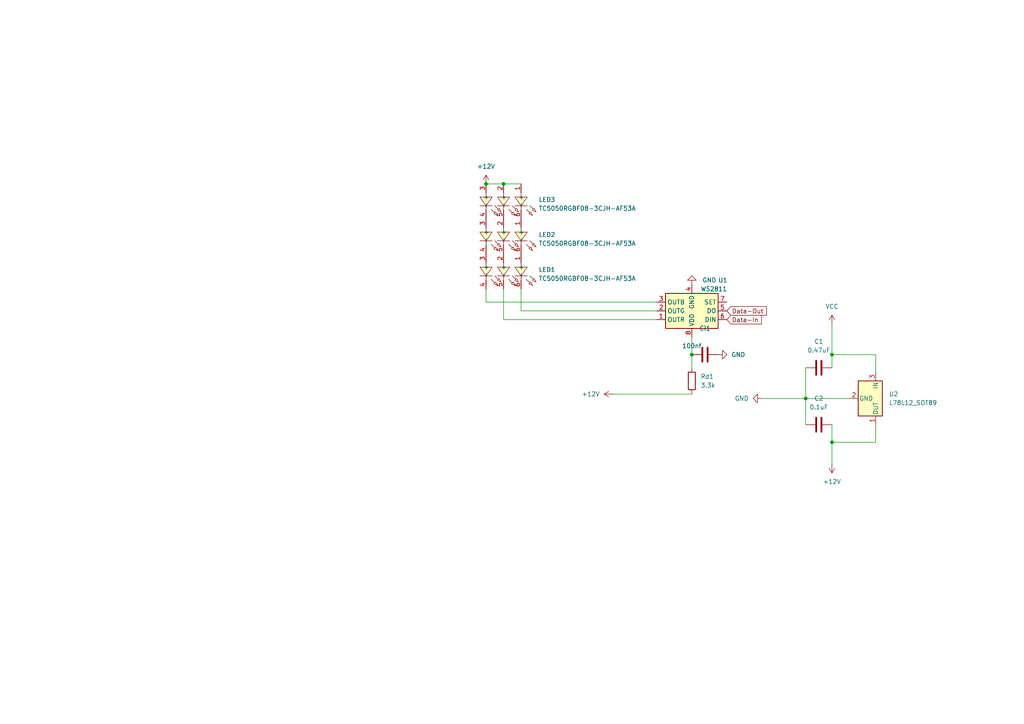
<source format=kicad_sch>
(kicad_sch (version 20230121) (generator eeschema)
  (paper "A4")
  (lib_symbols
    (symbol "Device:C" (pin_numbers hide) (pin_names (offset 0.254))
      (property "Reference" "C" (at 0.635 2.54 0))
      (property "Value" "C" (at 0.635 -2.54 0))
      (symbol "C_0_1"
        (polyline (pts (xy -2.032 -0.762) (xy 2.032 -0.762)) (stroke (width 0.508)))
        (polyline (pts (xy -2.032 0.762) (xy 2.032 0.762)) (stroke (width 0.508)))
      )
      (symbol "C_1_1"
        (pin passive line (at 0 3.81 270) (length 2.794) (name "~") (number "1"))
        (pin passive line (at 0 -3.81 90) (length 2.794) (name "~") (number "2"))
      )
    )
    (symbol "Device:R" (pin_numbers hide) (pin_names (offset 0))
      (property "Reference" "R" (at 2.032 0 90))
      (property "Value" "R" (at 0 0 90))
      (symbol "R_0_1"
        (rectangle (start -1.016 -2.54) (end 1.016 2.54) (stroke (width 0.254)))
      )
      (symbol "R_1_1"
        (pin passive line (at 0 3.81 270) (length 1.27) (name "~") (number "1"))
        (pin passive line (at 0 -3.81 90) (length 1.27) (name "~") (number "2"))
      )
    )
    (symbol "Driver_LED:WS2811"
      (property "Reference" "U" (at -6.35 6.35 0))
      (property "Value" "WS2811" (at 5.08 6.35 0))
      (symbol "WS2811_0_1"
        (rectangle (start -7.62 5.08) (end 7.62 -5.08) (stroke (width 0.254)) (fill (type background)))
      )
      (symbol "WS2811_1_1"
        (pin output line (at 10.16 2.54 180) (length 2.54) (name "OUTR") (number "1"))
        (pin output line (at 10.16 0 180) (length 2.54) (name "OUTG") (number "2"))
        (pin output line (at 10.16 -2.54 180) (length 2.54) (name "OUTB") (number "3"))
        (pin power_in line (at 0 -7.62 90) (length 2.54) (name "GND") (number "4"))
        (pin output line (at -10.16 0 0) (length 2.54) (name "DO") (number "5"))
        (pin input line (at -10.16 2.54 0) (length 2.54) (name "DIN") (number "6"))
        (pin input line (at -10.16 -2.54 0) (length 2.54) (name "SET") (number "7"))
        (pin power_in line (at 0 7.62 270) (length 2.54) (name "VDD") (number "8"))
      )
    )
    (symbol "Regulator_Linear:L78L12_SOT89" (pin_names (offset 0.254))
      (property "Reference" "U" (at -3.81 3.175 0))
      (property "Value" "L78L12_SOT89" (at -0.635 3.175 0))
      (symbol "L78L12_SOT89_0_1"
        (rectangle (start -5.08 1.905) (end 5.08 -5.08) (stroke (width 0.254)) (fill (type background)))
      )
      (symbol "L78L12_SOT89_1_1"
        (pin power_out line (at 7.62 0 180) (length 2.54) (name "OUT") (number "1"))
        (pin power_in line (at 0 -7.62 90) (length 2.54) (name "GND") (number "2"))
        (pin power_in line (at -7.62 0 0) (length 2.54) (name "IN") (number "3"))
      )
    )
    (symbol "models:TC5050RGBF08-3CJH-AF53A"
      (property "Reference" "LED" (at 0 10.16 0))
      (property "Value" "TC5050RGBF08-3CJH-AF53A" (at 0 -10.16 0))
      (symbol "TC5050RGBF08-3CJH-AF53A_0_1"
        (polyline (pts (xy -2.54 -5.08) (xy -1.27 -5.08)))
        (polyline (pts (xy -2.54 0) (xy -1.27 0)))
        (polyline (pts (xy -2.54 5.08) (xy -1.27 5.08)))
        (polyline (pts (xy 1.27 -5.08) (xy 2.54 -5.08)))
        (polyline (pts (xy 1.27 -3.3) (xy 1.27 -6.86)))
        (polyline (pts (xy 1.27 0) (xy 2.54 0)))
        (polyline (pts (xy 1.27 1.78) (xy 1.27 -1.78)))
        (polyline (pts (xy 1.27 5.08) (xy 2.54 5.08)))
        (polyline (pts (xy 1.27 6.86) (xy 1.27 3.3)))
        (polyline (pts (xy 1.27 -2.54) (xy 2.29 -1.52) (xy 1.27 -2.54)) (fill (type background)))
        (polyline (pts (xy 1.27 2.54) (xy 2.29 3.56) (xy 1.27 2.54)) (fill (type background)))
        (polyline (pts (xy 1.27 7.62) (xy 2.29 8.64) (xy 1.27 7.62)) (fill (type background)))
        (polyline (pts (xy 2.29 -3.56) (xy 3.3 -2.54) (xy 2.29 -3.56)) (fill (type background)))
        (polyline (pts (xy 2.29 1.52) (xy 3.3 2.54) (xy 2.29 1.52)) (fill (type background)))
        (polyline (pts (xy 2.29 6.6) (xy 3.3 7.62) (xy 2.29 6.6)) (fill (type background)))
        (polyline (pts (xy -1.27 -3.3) (xy 1.27 -5.08) (xy -1.27 -6.86) (xy -1.27 -3.3)) (fill (type background)))
        (polyline (pts (xy -1.27 1.78) (xy 1.27 0) (xy -1.27 -1.78) (xy -1.27 1.78)) (fill (type background)))
        (polyline (pts (xy -1.27 6.86) (xy 1.27 5.08) (xy -1.27 3.3) (xy -1.27 6.86)) (fill (type background)))
        (polyline (pts (xy 3.05 -0.76) (xy 2.03 -1.27) (xy 2.54 -1.78) (xy 3.05 -0.76)) (fill (type background)))
        (polyline (pts (xy 3.05 4.32) (xy 2.03 3.81) (xy 2.54 3.3) (xy 3.05 4.32)) (fill (type background)))
        (polyline (pts (xy 3.05 9.4) (xy 2.03 8.89) (xy 2.54 8.38) (xy 3.05 9.4)) (fill (type background)))
        (polyline (pts (xy 4.06 -1.78) (xy 3.05 -2.29) (xy 3.56 -2.79) (xy 4.06 -1.78)) (fill (type background)))
        (polyline (pts (xy 4.06 3.3) (xy 3.05 2.79) (xy 3.56 2.29) (xy 4.06 3.3)) (fill (type background)))
        (polyline (pts (xy 4.06 8.38) (xy 3.05 7.87) (xy 3.56 7.37) (xy 4.06 8.38)) (fill (type background)))
        (pin unspecified line (at -5.08 5.08 0) (length 2.54) (name "+") (number "1"))
        (pin unspecified line (at -5.08 0 0) (length 2.54) (name "+") (number "2"))
        (pin unspecified line (at -5.08 -5.08 0) (length 2.54) (name "+") (number "3"))
        (pin unspecified line (at 5.08 -5.08 180) (length 2.54) (name "-") (number "4"))
        (pin unspecified line (at 5.08 0 180) (length 2.54) (name "-") (number "5"))
        (pin unspecified line (at 5.08 5.08 180) (length 2.54) (name "-") (number "6"))
      )
    )
    (symbol "power:+12V" (power) (pin_names (offset 0))
      (property "Value" "+12V" (at 0 3.556 0))
      (symbol "+12V_0_1"
        (polyline (pts (xy -0.762 1.27) (xy 0 2.54)))
        (polyline (pts (xy 0 0) (xy 0 2.54)))
        (polyline (pts (xy 0 2.54) (xy 0.762 1.27)))
      )
      (symbol "+12V_1_1"
        (pin power_in line (at 0 0 90) (length 0) hide (name "+12V") (number "1"))
      )
    )
    (symbol "power:GND" (power) (pin_names (offset 0))
      (property "Value" "GND" (at 0 -3.81 0))
      (symbol "GND_0_1"
        (polyline (pts (xy 0 0) (xy 0 -1.27) (xy 1.27 -1.27) (xy 0 -2.54) (xy -1.27 -1.27) (xy 0 -1.27)))
      )
      (symbol "GND_1_1"
        (pin power_in line (at 0 0 270) (length 0) hide (name "GND") (number "1"))
      )
    )
    (symbol "power:VCC" (power) (pin_names (offset 0))
      (property "Value" "VCC" (at 0 3.81 0))
      (symbol "VCC_0_1"
        (polyline (pts (xy -0.762 1.27) (xy 0 2.54)))
        (polyline (pts (xy 0 0) (xy 0 2.54)))
        (polyline (pts (xy 0 2.54) (xy 0.762 1.27)))
      )
      (symbol "VCC_1_1"
        (pin power_in line (at 0 0 90) (length 0) hide (name "VCC") (number "1"))
      )
    )
  )
  (junction (at 241.3 102.87))
  (junction (at 200.66 102.87))
  (junction (at 140.97 53.34))
  (junction (at 241.3 128.27))
  (junction (at 146.05 53.34))
  (junction (at 233.68 115.57))
  (wire (pts (xy 254 102.87) (xy 254 107.95)))
  (wire (pts (xy 151.13 90.17) (xy 190.5 90.17)))
  (wire (pts (xy 254 128.27) (xy 254 123.19)))
  (wire (pts (xy 241.3 128.27) (xy 241.3 123.19)))
  (wire (pts (xy 140.97 83.82) (xy 140.97 87.63)))
  (wire (pts (xy 220.98 115.57) (xy 233.68 115.57)))
  (wire (pts (xy 241.3 128.27) (xy 254 128.27)))
  (wire (pts (xy 233.68 115.57) (xy 246.38 115.57)))
  (wire (pts (xy 146.05 92.71) (xy 190.5 92.71)))
  (wire (pts (xy 241.3 102.87) (xy 254 102.87)))
  (wire (pts (xy 241.3 134.62) (xy 241.3 128.27)))
  (wire (pts (xy 233.68 115.57) (xy 233.68 123.19)))
  (wire (pts (xy 241.3 102.87) (xy 241.3 106.68)))
  (wire (pts (xy 146.05 83.82) (xy 146.05 92.71)))
  (wire (pts (xy 146.05 53.34) (xy 151.13 53.34)))
  (wire (pts (xy 233.68 115.57) (xy 233.68 106.68)))
  (wire (pts (xy 200.66 102.87) (xy 200.66 106.68)))
  (wire (pts (xy 151.13 83.82) (xy 151.13 90.17)))
  (wire (pts (xy 200.66 97.79) (xy 200.66 102.87)))
  (wire (pts (xy 241.3 93.98) (xy 241.3 102.87)))
  (wire (pts (xy 140.97 87.63) (xy 190.5 87.63)))
  (wire (pts (xy 177.8 114.3) (xy 200.66 114.3)))
  (wire (pts (xy 140.97 53.34) (xy 146.05 53.34)))
  (global_label "Data-Out" (shape input) (at 210.82 90.17 0) (property "Intersheetrefs" "${INTERSHEET_REFS}" (effects hide)))
  (global_label "Data-In" (shape input) (at 210.82 92.71 0) (property "Intersheetrefs" "${INTERSHEET_REFS}" (effects hide)))
  (symbol (lib_id "power:GND") (at 208.28 102.87 90) (unit 1)
    (property "Reference" "#PWR06" (effects hide))
    (property "Value" "GND" (at 212.09 102.87 90) (effects (justify right)))
  )
  (symbol (lib_id "models:TC5050RGBF08-3CJH-AF53A") (at 146.05 58.42 270) (unit 1)
    (property "Reference" "LED3" (at 156.21 57.91 90) (effects (justify left)))
    (property "Value" "TC5050RGBF08-3CJH-AF53A" (at 156.21 60.45 90) (effects (justify left)))
    (property "Footprint" ":LED-SMD_6P-L5.0-W5.0-TL_TC5050RGBF08" (effects hide))
    (property "Datasheet" "https://lcsc.com/product-detail/Light-Emitting-Diodes-LED_TCWIN-TC5050RGBF08-3CJH-AF53A_C784540.html" (effects hide))
    (property "LCSC Part" "C784540" (effects hide))
  )
  (symbol (lib_id "Driver_LED:WS2811") (at 200.66 90.17 180) (unit 1)
    (property "Reference" "U1" (at 208.28 81.28 0) (effects (justify right)))
    (property "Value" "WS2811" (at 203.2 83.82 0) (effects (justify right)))
    (property "Footprint" "models:SOP-8_L4.9-W3.9-P1.27-LS6.0-BL" (effects hide))
    (property "Datasheet" "https://cdn-shop.adafruit.com/datasheets/WS2811.pdf" (effects hide))
    (property "LCSC Part" "C114581" (effects hide))
  )
  (symbol (lib_id "Device:C") (at 237.49 106.68 90) (unit 1)
    (property "Reference" "C1" (at 237.49 99.06 90))
    (property "Value" "0.47uF" (at 237.49 101.6 90))
    (property "Footprint" "Capacitor_SMD:C_0201_0603Metric_Pad0.64x0.40mm_HandSolder" (effects hide))
    (property "Datasheet" "https://www.lcsc.com/products/Multilayer-Ceramic-Capacitors-MLCC-SMD-SMT_313.html" (effects hide))
    (property "LCSC Part" "C162281" (effects hide))
  )
  (symbol (lib_id "models:TC5050RGBF08-3CJH-AF53A") (at 146.05 78.74 270) (unit 1)
    (property "Reference" "LED1" (at 156.21 78.23 90) (effects (justify left)))
    (property "Value" "TC5050RGBF08-3CJH-AF53A" (at 156.21 80.77 90) (effects (justify left)))
    (property "Footprint" ":LED-SMD_6P-L5.0-W5.0-TL_TC5050RGBF08" (effects hide))
    (property "Datasheet" "https://lcsc.com/product-detail/Light-Emitting-Diodes-LED_TCWIN-TC5050RGBF08-3CJH-AF53A_C784540.html" (effects hide))
    (property "LCSC Part" "C784540" (effects hide))
  )
  (symbol (lib_id "Device:C") (at 204.47 102.87 90) (unit 1)
    (property "Reference" "Ci1" (at 204.47 95.25 90))
    (property "Value" "100nf" (at 200.66 100.33 90))
    (property "Footprint" "Capacitor_SMD:C_0805_2012Metric" (effects hide))
    (property "Datasheet" "https://www.lcsc.com/products/Multilayer-Ceramic-Capacitors-MLCC-SMD-SMT_313.html" (effects hide))
    (property "LCSC Part" "C114581" (effects hide))
  )
  (symbol (lib_id "power:VCC") (at 241.3 93.98 0) (unit 1)
    (property "Reference" "#PWR02" (effects hide))
    (property "Value" "VCC" (at 241.3 88.9 0))
  )
  (symbol (lib_id "Device:C") (at 237.49 123.19 90) (unit 1)
    (property "Reference" "C2" (at 237.49 115.57 90))
    (property "Value" "0.1uF" (at 237.49 118.11 90))
    (property "Footprint" "Capacitor_SMD:C_0805_2012Metric" (effects hide))
    (property "Datasheet" "https://www.lcsc.com/products/Multilayer-Ceramic-Capacitors-MLCC-SMD-SMT_313.html" (effects hide))
    (property "LCSC Part" "C3011698" (effects hide))
  )
  (symbol (lib_id "power:+12V") (at 177.8 114.3 90) (unit 1)
    (property "Reference" "#PWR05" (effects hide))
    (property "Value" "+12V" (at 173.99 114.3 90) (effects (justify left)))
  )
  (symbol (lib_id "power:GND") (at 200.66 82.55 180) (unit 1)
    (property "Reference" "#PWR07" (effects hide))
    (property "Value" "GND" (at 205.74 81.28 0))
  )
  (symbol (lib_id "power:GND") (at 220.98 115.57 270) (unit 1)
    (property "Reference" "#PWR01" (effects hide))
    (property "Value" "GND" (at 217.17 115.57 90) (effects (justify right)))
  )
  (symbol (lib_id "Device:R") (at 200.66 110.49 180) (unit 1)
    (property "Reference" "Rd1" (at 203.2 109.22 0) (effects (justify right)))
    (property "Value" "3.3k" (at 203.2 111.76 0) (effects (justify right)))
    (property "Footprint" "Resistor_SMD:R_0201_0603Metric" (effects hide))
    (property "Datasheet" "https://www.lcsc.com/products/Chip-Resistor-Surface-Mount_439.html" (effects hide))
    (property "LCSC Part" "C108078" (effects hide))
  )
  (symbol (lib_id "models:TC5050RGBF08-3CJH-AF53A") (at 146.05 68.58 270) (unit 1)
    (property "Reference" "LED2" (at 156.21 68.07 90) (effects (justify left)))
    (property "Value" "TC5050RGBF08-3CJH-AF53A" (at 156.21 70.61 90) (effects (justify left)))
    (property "Footprint" ":LED-SMD_6P-L5.0-W5.0-TL_TC5050RGBF08" (effects hide))
    (property "Datasheet" "https://lcsc.com/product-detail/Light-Emitting-Diodes-LED_TCWIN-TC5050RGBF08-3CJH-AF53A_C784540.html" (effects hide))
    (property "LCSC Part" "C784540" (effects hide))
  )
  (symbol (lib_id "power:+12V") (at 241.3 134.62 180) (unit 1)
    (property "Reference" "#PWR03" (effects hide))
    (property "Value" "+12V" (at 241.3 139.7 0))
  )
  (symbol (lib_id "Regulator_Linear:L78L12_SOT89") (at 254 115.57 270) (unit 1)
    (property "Reference" "U2" (at 257.81 114.3 90) (effects (justify left)))
    (property "Value" "L78L12_SOT89" (at 257.81 116.84 90) (effects (justify left)))
    (property "Footprint" "Package_TO_SOT_SMD:SOT-89-3" (effects hide))
    (property "Datasheet" "http://www.st.com/content/ccc/resource/technical/document/datasheet/15/55/e5/aa/23/5b/43/fd/CD00000446.pdf/files/CD00000446.pdf/jcr:content/translations/en.CD00000446.pdf" (effects hide))
    (property "LCSC Part" "C75501" (effects hide))
  )
  (symbol (lib_id "power:+12V") (at 140.97 53.34 0) (unit 1)
    (property "Reference" "#PWR04" (effects hide))
    (property "Value" "+12V" (at 140.97 48.26 0))
  )
)
</source>
